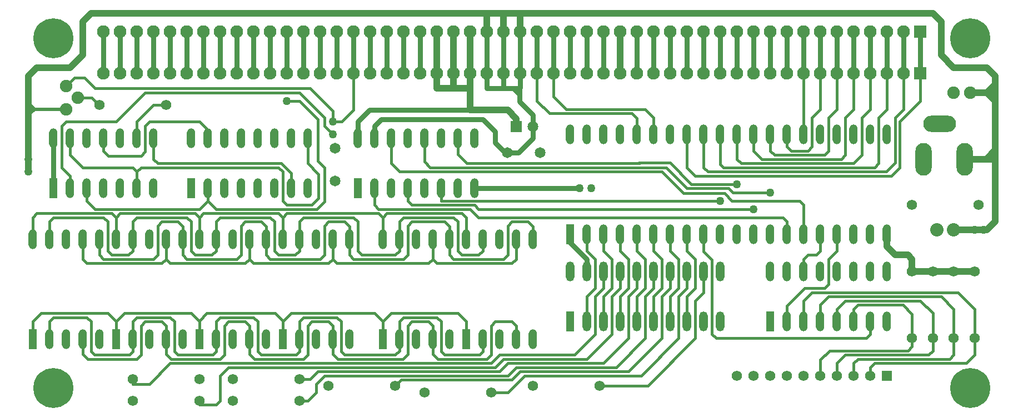
<source format=gbl>
G04 Layer_Physical_Order=2*
G04 Layer_Color=16711680*
%FSLAX25Y25*%
%MOIN*%
G70*
G01*
G75*
%ADD10C,0.04000*%
%ADD11C,0.01500*%
%ADD12C,0.03000*%
%ADD13C,0.02000*%
%ADD14O,0.05000X0.12000*%
%ADD15R,0.05000X0.12000*%
%ADD16C,0.24000*%
%ADD17C,0.07600*%
%ADD18R,0.07600X0.07600*%
%ADD19C,0.08000*%
%ADD20O,0.19700X0.09800*%
%ADD21O,0.09800X0.19700*%
%ADD22C,0.07500*%
%ADD23O,0.05000X0.12000*%
%ADD24R,0.05000X0.12000*%
%ADD25O,0.05118X0.12000*%
%ADD26C,0.06200*%
%ADD27R,0.06200X0.06200*%
%ADD28R,0.06500X0.06500*%
%ADD29C,0.06500*%
%ADD30C,0.05000*%
D10*
X690000Y372500D02*
Y377500D01*
Y367500D02*
Y372500D01*
Y362500D02*
Y367500D01*
X685000D02*
X690000Y362500D01*
X685000Y367500D02*
X690000Y372500D01*
X685000Y367500D02*
X690000D01*
X675000D02*
X685000D01*
X147500Y415000D02*
X385000D01*
X405000Y404000D02*
Y415000D01*
X395000Y404000D02*
Y415000D01*
X385000Y404000D02*
Y415000D01*
X135000Y382500D02*
X142500Y390000D01*
X115000Y382500D02*
X135000D01*
X110000Y377500D02*
X115000Y382500D01*
X685000D02*
X690000Y377500D01*
X665000Y382500D02*
X685000D01*
X657500Y390000D02*
X665000Y382500D01*
X657500Y390000D02*
Y410000D01*
X142500Y390000D02*
Y410000D01*
X147500Y415000D01*
X385000D02*
X395000D01*
X405000D01*
X652500D02*
X657500Y410000D01*
X405000Y415000D02*
X652500D01*
X355000Y379000D02*
Y404000D01*
X365000Y379000D02*
Y404000D01*
X375000Y379000D02*
Y404000D01*
Y370000D02*
Y379000D01*
X365000Y370000D02*
Y379000D01*
X355000Y370000D02*
X365000D01*
X355000D02*
Y379000D01*
X640000Y260000D02*
Y267500D01*
X637500Y270000D02*
X640000Y267500D01*
X630000Y270000D02*
X637500D01*
X625000Y275000D02*
X630000Y270000D01*
X625000Y275000D02*
Y282500D01*
X640000Y260000D02*
X652500D01*
X665000D01*
X677500D01*
X110000Y354000D02*
Y357500D01*
Y361000D01*
Y361500D02*
Y377500D01*
X365000Y370000D02*
X375000D01*
X402658Y347000D02*
Y351842D01*
X397500Y357000D02*
X402658Y351842D01*
X375000Y357000D02*
X397500D01*
X375000D02*
Y370000D01*
X684500Y327500D02*
X690000Y333000D01*
Y327500D02*
Y333000D01*
Y362500D01*
X671500Y327500D02*
X684500D01*
X690000D01*
Y290000D02*
Y327500D01*
X685000Y285000D02*
X690000Y290000D01*
X665000Y285000D02*
X677500D01*
X683000D01*
X685000D01*
X465000Y379000D02*
Y404000D01*
X110000Y327500D02*
Y354000D01*
Y320000D02*
Y327500D01*
D11*
X279000Y195500D02*
X283500Y200000D01*
X272500Y195500D02*
X279000D01*
X283500Y200000D02*
X392500D01*
X407500Y197500D02*
X477500D01*
X397500Y187500D02*
X407500Y197500D01*
X397500D02*
X402500Y202500D01*
X287500Y197500D02*
X397500D01*
X390000Y202500D02*
X395000Y207500D01*
X230000Y202500D02*
X390000D01*
X385000Y207500D02*
X387500Y210000D01*
X355500Y207500D02*
X385000D01*
X380500Y210000D02*
X382500Y212000D01*
X359500Y210000D02*
X380500D01*
X357500Y212000D02*
X359500Y210000D01*
X405000Y200000D02*
X470000D01*
X400000Y195000D02*
X405000Y200000D01*
X333500Y195000D02*
X400000D01*
X402500Y202500D02*
X462500D01*
X387500Y210000D02*
Y227500D01*
X352500Y210500D02*
X355500Y207500D01*
X382500Y212000D02*
Y219500D01*
X357500Y212000D02*
Y230000D01*
X282500Y192500D02*
X287500Y197500D01*
X282500Y187500D02*
Y192500D01*
X277500Y182500D02*
X282500Y187500D01*
X272500Y182500D02*
X277500D01*
X330000Y191500D02*
X333500Y195000D01*
X600000Y210000D02*
X650000D01*
X595000Y205000D02*
X600000Y210000D01*
X595000Y197500D02*
Y205000D01*
X590500Y212500D02*
X637500D01*
X585000Y207000D02*
X590500Y212500D01*
X585000Y197500D02*
Y207000D01*
X637500Y212500D02*
X640000Y215000D01*
X650000Y210000D02*
X652500Y212500D01*
X617500Y205000D02*
X672500D01*
X615000Y202500D02*
X617500Y205000D01*
X387500Y187500D02*
X397500D01*
X395000Y207500D02*
X445000D01*
X392500Y210000D02*
X437500D01*
X481500Y191500D02*
X510000Y220000D01*
X453500Y191500D02*
X481500D01*
X437500Y210000D02*
X450000Y222500D01*
X477500Y197500D02*
X500000Y220000D01*
X470000Y200000D02*
X490000Y220000D01*
X462500Y202500D02*
X480000Y220000D01*
X445000Y207500D02*
X460000Y222500D01*
X225000Y197500D02*
X230000Y202500D01*
X175000Y207500D02*
X177500Y210000D01*
X145500Y207500D02*
X175000D01*
X142500Y210500D02*
X145500Y207500D01*
X170500Y210000D02*
X172500Y212000D01*
X149500Y210000D02*
X170500D01*
X147500Y212000D02*
X149500Y210000D01*
X225000Y207500D02*
X227500Y210000D01*
X195500Y207500D02*
X225000D01*
X192500Y210500D02*
X195500Y207500D01*
X220500Y210000D02*
X222500Y212000D01*
X199500Y210000D02*
X220500D01*
X197500Y212000D02*
X199500Y210000D01*
X270500D02*
X272500Y212000D01*
X249500Y210000D02*
X270500D01*
X247500Y212000D02*
X249500Y210000D01*
X337500Y210500D02*
Y227500D01*
X334500Y207500D02*
X337500Y210500D01*
X295500Y207500D02*
X334500D01*
X292500Y210500D02*
X295500Y207500D01*
X332500Y212500D02*
Y219500D01*
X330000Y210000D02*
X332500Y212500D01*
X299500Y210000D02*
X330000D01*
X297500Y212000D02*
X299500Y210000D01*
X162500Y350000D02*
X180000Y367500D01*
X476050Y324950D02*
X476300Y325200D01*
X515000Y272000D02*
Y282500D01*
Y272000D02*
X520000Y267000D01*
X510000Y250000D02*
Y267500D01*
X505000Y272500D02*
X510000Y267500D01*
X505000Y245000D02*
X510000Y250000D01*
X520000Y222500D02*
Y267000D01*
Y222500D02*
X522500Y220000D01*
X612500D01*
X615000Y222500D01*
Y230000D01*
X575000Y282500D02*
Y300000D01*
X572500Y302500D02*
X575000Y300000D01*
X340000D02*
X377500D01*
X380000Y297500D01*
X317500Y300000D02*
Y310000D01*
Y300000D02*
X320000Y297500D01*
X375000D01*
X565000Y282500D02*
Y290000D01*
X562500Y292500D02*
X565000Y290000D01*
X375000Y297500D02*
X380000Y292500D01*
X494800Y325200D02*
X507500Y312500D01*
X476300Y325200D02*
X494800D01*
X217500Y302500D02*
Y310000D01*
X145000Y302500D02*
Y310000D01*
X305000Y357000D02*
Y379000D01*
X143500Y376500D02*
X150000Y370000D01*
X132500Y350000D02*
X162500D01*
X130000Y347500D02*
X132500Y350000D01*
X130000Y322500D02*
Y347500D01*
Y322500D02*
X135000Y317500D01*
Y330000D02*
X142500Y322500D01*
X135000Y330000D02*
Y340000D01*
Y310000D02*
Y317500D01*
X148000Y364500D02*
X152500Y360000D01*
X139500Y364500D02*
X148000D01*
X175000Y350000D02*
X185000Y360000D01*
X192500D01*
X137500Y376500D02*
X143500D01*
X132500Y371500D02*
X137500Y376500D01*
X212500Y350000D02*
X217500Y345000D01*
X182500Y350000D02*
X212500D01*
X175000Y340000D02*
Y350000D01*
X217500Y340000D02*
Y345000D01*
X180000Y347500D02*
X182500Y350000D01*
X180000Y332000D02*
Y347500D01*
X177500Y329500D02*
X180000Y332000D01*
X158000Y329500D02*
X177500D01*
X155000Y332500D02*
X158000Y329500D01*
X155000Y332500D02*
Y340000D01*
X185000Y327500D02*
X187500Y325000D01*
X185000Y327500D02*
Y340000D01*
X277500Y325000D02*
Y340000D01*
X175000Y320000D02*
X177500Y322500D01*
X175000Y310000D02*
Y320000D01*
X172500Y322500D02*
X175000Y320000D01*
X142500Y322500D02*
X172500D01*
X476300Y325200D02*
X476500Y325000D01*
X351000Y322500D02*
X492500D01*
X347500Y326000D02*
X351000Y322500D01*
X347500Y326000D02*
Y340000D01*
X332500Y320000D02*
X490000D01*
X327500Y325000D02*
X332500Y320000D01*
X327500Y325000D02*
Y340000D01*
X357550Y302450D02*
X524950D01*
X357500Y302500D02*
X357550Y302450D01*
X357500Y302500D02*
Y310000D01*
X337500Y302500D02*
X340000Y300000D01*
X337500Y302500D02*
Y310000D01*
X587500Y250000D02*
X590000Y252500D01*
Y267500D01*
X595000Y272500D01*
Y282500D01*
X585000Y272500D02*
Y282500D01*
X582500Y270000D02*
X585000Y272500D01*
X577500Y270000D02*
X582500D01*
X575000Y267500D02*
X577500Y270000D01*
X575000Y260000D02*
Y267500D01*
X460000Y222500D02*
Y245000D01*
X450000Y222500D02*
Y245000D01*
X225000Y182500D02*
Y197500D01*
X222500Y180000D02*
X225000Y182500D01*
X470000Y220000D02*
Y245000D01*
X510000Y220000D02*
Y242500D01*
X515000Y247500D01*
Y260000D01*
X500000Y220000D02*
Y245000D01*
X505000Y250000D01*
Y260000D01*
X490000Y220000D02*
Y245000D01*
X495000Y250000D01*
Y260000D01*
X480000Y220000D02*
Y245000D01*
X485000Y250000D01*
Y260000D01*
X470000Y245000D02*
X475000Y250000D01*
Y260000D01*
X460000Y245000D02*
X465000Y250000D01*
Y260000D01*
X450000Y245000D02*
X455000Y250000D01*
Y260000D01*
X445000Y245000D02*
X450000Y250000D01*
X445000Y230000D02*
Y245000D01*
X455000Y230000D02*
Y245000D01*
X460000Y250000D01*
X465000Y230000D02*
Y245000D01*
X470000Y250000D01*
X475000Y230000D02*
Y245000D01*
X480000Y250000D01*
X485000Y230000D02*
Y245000D01*
X490000Y250000D01*
X495000Y230000D02*
Y245000D01*
X500000Y250000D01*
X505000Y230000D02*
Y245000D01*
X575000Y342500D02*
Y379000D01*
X565000Y335000D02*
Y342500D01*
Y335000D02*
X567500Y332500D01*
X577500D01*
X580000Y335000D01*
Y352500D01*
X585000Y357500D01*
Y379000D01*
X555000Y332500D02*
Y342500D01*
Y332500D02*
X557500Y330000D01*
X587500D01*
X590000Y332500D01*
Y352500D01*
X595000Y357500D01*
Y379000D01*
X545000Y332500D02*
Y342500D01*
Y332500D02*
X550000Y327500D01*
X597500D01*
X600000Y330000D01*
Y352500D01*
X605000Y357500D01*
Y379000D01*
X615000Y357500D02*
Y379000D01*
X610000Y352500D02*
X615000Y357500D01*
X610000Y330000D02*
Y352500D01*
X605000Y325000D02*
X610000Y330000D01*
X537500Y325000D02*
X605000D01*
X535000Y327500D02*
X537500Y325000D01*
X535000Y327500D02*
Y342500D01*
X625000Y357500D02*
Y379000D01*
X620000Y352500D02*
X625000Y357500D01*
X620000Y325000D02*
Y352500D01*
X617500Y322500D02*
X620000Y325000D01*
X527000Y322500D02*
X617500D01*
X525000Y324500D02*
X527000Y322500D01*
X525000Y324500D02*
Y342500D01*
X635000Y357500D02*
Y379000D01*
X630000Y352500D02*
X635000Y357500D01*
X630000Y325500D02*
Y352500D01*
X624500Y320000D02*
X630000Y325500D01*
X517500Y320000D02*
X624500D01*
X515000Y322500D02*
X517500Y320000D01*
X515000Y322500D02*
Y342500D01*
X505000Y322500D02*
Y342500D01*
Y322500D02*
X510000Y317500D01*
X627500D01*
X632500Y322500D01*
Y350000D01*
X645000Y362500D01*
Y379000D01*
X475000Y342500D02*
Y352000D01*
X472000Y355000D02*
X475000Y352000D01*
X422500Y355000D02*
X472000D01*
X485000Y342500D02*
Y352500D01*
X480000Y357500D02*
X485000Y352500D01*
X415000Y362500D02*
X422500Y355000D01*
X415000Y362500D02*
Y379000D01*
X432500Y357500D02*
X480000D01*
X425000Y365000D02*
X432500Y357500D01*
X425000Y365000D02*
Y379000D01*
X180000Y230000D02*
X190000D01*
X192500Y227500D01*
Y219500D02*
Y227500D01*
X177500D02*
X180000Y230000D01*
X177500Y210000D02*
Y227500D01*
X142500Y210500D02*
Y219500D01*
X172500Y212000D02*
Y219500D01*
X112500D02*
Y230000D01*
X162500Y219500D02*
Y230000D01*
X212500Y219500D02*
Y230000D01*
X262500Y220000D02*
Y230500D01*
X372500Y219500D02*
Y230000D01*
X322500Y219500D02*
Y230000D01*
X262500Y230500D02*
X263000D01*
X192500Y210500D02*
Y219500D01*
X227500Y210000D02*
Y227500D01*
X230000Y230000D01*
X240000D02*
X242500Y227500D01*
X230000Y230000D02*
X240000D01*
X242500Y210500D02*
Y219500D01*
X277500Y210000D02*
Y227500D01*
X280000Y230000D01*
X290000D02*
X292500Y227500D01*
X280000Y230000D02*
X290000D01*
X292500Y210500D02*
Y219500D01*
X352500Y210500D02*
Y219500D01*
X387500Y227500D02*
X390000Y230000D01*
X400000D02*
X402500Y227500D01*
X390000Y230000D02*
X400000D01*
X402500Y219500D02*
Y227500D01*
X352500Y219500D02*
Y227500D01*
X350000Y230000D02*
X352500Y227500D01*
X292500Y219500D02*
Y227500D01*
X242500Y219500D02*
Y227500D01*
X112500Y230000D02*
X117500Y235000D01*
X157500D01*
X162500Y230000D01*
X167500Y235000D01*
X207500D01*
X212500Y230000D01*
Y230500D02*
X217000Y235000D01*
X258000D01*
X262500Y230500D01*
X263000D02*
X267500Y235000D01*
X317500D01*
X322500Y230000D01*
X327500Y235000D01*
X367500D01*
X372500Y230000D01*
X145000Y232500D02*
X147500Y230000D01*
Y212000D02*
Y230000D01*
X122500Y219500D02*
Y230000D01*
X125000Y232500D01*
X145000D01*
X175000D02*
X195000D01*
X172500Y230000D02*
X175000Y232500D01*
X172500Y219500D02*
Y230000D01*
X197500Y212000D02*
Y230000D01*
X195000Y232500D02*
X197500Y230000D01*
X222500Y212000D02*
Y219500D01*
X225000Y232500D02*
X245000D01*
X222500Y230000D02*
X225000Y232500D01*
X222500Y219500D02*
Y230000D01*
X247500Y212000D02*
Y230000D01*
X245000Y232500D02*
X247500Y230000D01*
X272500Y212000D02*
Y219500D01*
X275000Y232500D02*
X295000D01*
X272500Y230000D02*
X275000Y232500D01*
X272500Y219500D02*
Y230000D01*
X297500Y212000D02*
Y230000D01*
X295000Y232500D02*
X297500Y230000D01*
X337500Y227500D02*
X340000Y230000D01*
X350000D01*
X335000Y232500D02*
X355000D01*
X332500Y230000D02*
X335000Y232500D01*
X332500Y219500D02*
Y230000D01*
X355000Y232500D02*
X357500Y230000D01*
X122500Y279500D02*
Y290000D01*
X125000Y292500D01*
X155000D01*
X157500Y290000D01*
Y272500D02*
Y290000D01*
Y272500D02*
X160000Y270000D01*
X170000D01*
X172500Y272500D01*
Y279500D01*
X152500Y270000D02*
Y279500D01*
Y270000D02*
X155000Y267500D01*
X185000D01*
X187500Y270000D01*
Y287500D01*
X190000Y290000D01*
X199500D01*
X202500Y287000D01*
Y279500D02*
Y287000D01*
X252500Y279500D02*
Y287000D01*
X249500Y290000D02*
X252500Y287000D01*
X240000Y290000D02*
X249500D01*
X237500Y287500D02*
X240000Y290000D01*
X237500Y270000D02*
Y287500D01*
X235000Y267500D02*
X237500Y270000D01*
X205000Y267500D02*
X235000D01*
X202500Y270000D02*
X205000Y267500D01*
X202500Y270000D02*
Y279500D01*
X302500D02*
Y287000D01*
X299500Y290000D02*
X302500Y287000D01*
X290000Y290000D02*
X299500D01*
X287500Y287500D02*
X290000Y290000D01*
X287500Y270000D02*
Y287500D01*
X285000Y267500D02*
X287500Y270000D01*
X255000Y267500D02*
X285000D01*
X252500Y270000D02*
X255000Y267500D01*
X252500Y270000D02*
Y279500D01*
X412500D02*
Y287000D01*
X409500Y290000D02*
X412500Y287000D01*
X400000Y290000D02*
X409500D01*
X397500Y287500D02*
X400000Y290000D01*
X397500Y270000D02*
Y287500D01*
X395000Y267500D02*
X397500Y270000D01*
X365000Y267500D02*
X395000D01*
X362500Y270000D02*
X365000Y267500D01*
X362500Y270000D02*
Y279500D01*
X340000Y290000D02*
X359500D01*
X337500Y287500D02*
X340000Y290000D01*
X337500Y270000D02*
Y287500D01*
X335000Y267500D02*
X337500Y270000D01*
X305000Y267500D02*
X335000D01*
X302500Y270000D02*
X305000Y267500D01*
X302500Y270000D02*
Y279500D01*
X362500D02*
Y287000D01*
X359500Y290000D02*
X362500Y287000D01*
X222500Y272500D02*
Y279500D01*
X220000Y270000D02*
X222500Y272500D01*
X210000Y270000D02*
X220000D01*
X207500Y272500D02*
X210000Y270000D01*
X207500Y272500D02*
Y290000D01*
X205000Y292500D02*
X207500Y290000D01*
X175000Y292500D02*
X205000D01*
X172500Y290000D02*
X175000Y292500D01*
X172500Y279500D02*
Y290000D01*
X272500Y272500D02*
Y279500D01*
X270000Y270000D02*
X272500Y272500D01*
X260000Y270000D02*
X270000D01*
X257500Y272500D02*
X260000Y270000D01*
X257500Y272500D02*
Y290000D01*
X255000Y292500D02*
X257500Y290000D01*
X225000Y292500D02*
X255000D01*
X222500Y290000D02*
X225000Y292500D01*
X222500Y279500D02*
Y290000D01*
X310000Y270000D02*
X330000D01*
X307500Y272500D02*
X310000Y270000D01*
X307500Y272500D02*
Y290000D01*
X305000Y292500D02*
X307500Y290000D01*
X275000Y292500D02*
X305000D01*
X272500Y290000D02*
X275000Y292500D01*
X272500Y279500D02*
Y290000D01*
X332500Y272500D02*
Y279500D01*
X330000Y270000D02*
X332500Y272500D01*
X382500D02*
Y279500D01*
X380000Y270000D02*
X382500Y272500D01*
X370000Y270000D02*
X380000D01*
X367500Y272500D02*
X370000Y270000D01*
X367500Y272500D02*
Y290000D01*
X365000Y292500D02*
X367500Y290000D01*
X335000Y292500D02*
X365000D01*
X332500Y290000D02*
X335000Y292500D01*
X332500Y279500D02*
Y290000D01*
X142500Y267500D02*
Y279500D01*
Y267500D02*
X145000Y265000D01*
X190000D01*
X192500Y267500D01*
Y279500D01*
X242500Y267500D02*
Y279500D01*
X240000Y265000D02*
X242500Y267500D01*
X195000Y265000D02*
X240000D01*
X192500Y267500D02*
X195000Y265000D01*
X292500Y267500D02*
Y279500D01*
X290000Y265000D02*
X292500Y267500D01*
X245000Y265000D02*
X290000D01*
X242500Y267500D02*
X245000Y265000D01*
X402500Y267500D02*
Y279500D01*
X400000Y265000D02*
X402500Y267500D01*
X355000Y265000D02*
X400000D01*
X352500Y267500D02*
X355000Y265000D01*
X292500Y267500D02*
X295000Y265000D01*
X352500Y267500D02*
Y279500D01*
X350000Y265000D02*
X352500Y267500D01*
X295000Y265000D02*
X350000D01*
X160000Y295000D02*
X162500Y292500D01*
Y279500D02*
Y292500D01*
X112500Y279500D02*
Y292500D01*
X115000Y295000D01*
X160000D01*
X165000D02*
X210000D01*
X162500Y292500D02*
X165000Y295000D01*
X212500Y279500D02*
Y292500D01*
X210000Y295000D02*
X212500Y292500D01*
X215000Y295000D02*
X260000D01*
X212500Y292500D02*
X215000Y295000D01*
X262500Y279500D02*
Y292500D01*
X260000Y295000D02*
X262500Y292500D01*
X265000Y295000D01*
X325000D02*
X370000D01*
X322500Y292500D02*
X325000Y295000D01*
X372500Y279500D02*
Y292500D01*
X370000Y295000D02*
X372500Y292500D01*
X322500Y279500D02*
Y292500D01*
X320000Y295000D02*
X322500Y292500D01*
X265000Y295000D02*
X320000D01*
X640000Y215000D02*
Y220000D01*
X652500Y212500D02*
Y220000D01*
X605000Y197500D02*
Y205000D01*
X607500Y207500D01*
X662500D01*
X665000Y210000D01*
Y220000D01*
X677500Y210000D02*
Y220000D01*
X672500Y205000D02*
X677500Y210000D01*
X615000Y197500D02*
Y202500D01*
X600000Y242500D02*
X645000D01*
X607500Y240000D02*
X634500D01*
X580000Y247500D02*
X667500D01*
X590000Y245000D02*
X657500D01*
X605000Y230000D02*
Y237500D01*
X607500Y240000D01*
X595000Y230000D02*
Y237500D01*
X600000Y242500D01*
X634500Y240000D02*
X640000Y234500D01*
Y220000D02*
Y234500D01*
X645000Y242500D02*
X652500Y235000D01*
X657500Y245000D02*
X665000Y237500D01*
X585000Y240000D02*
X590000Y245000D01*
X667500Y247500D02*
X677500Y237500D01*
X575000Y242500D02*
X580000Y247500D01*
X652500Y220000D02*
Y235000D01*
X585000Y230000D02*
Y240000D01*
X665000Y220000D02*
Y237500D01*
X575000Y230000D02*
Y242500D01*
X677500Y220000D02*
Y237500D01*
X445000Y272500D02*
Y282500D01*
X455000Y272500D02*
Y282500D01*
X465000Y272500D02*
Y282500D01*
X475000Y272500D02*
Y282500D01*
X485000Y272500D02*
Y282500D01*
X495000Y272500D02*
Y282500D01*
X505000Y272500D02*
Y282500D01*
X450000Y250000D02*
Y267500D01*
X445000Y272500D02*
X450000Y267500D01*
X460000Y250000D02*
Y267500D01*
X455000Y272500D02*
X460000Y267500D01*
X470000Y250000D02*
Y267500D01*
X465000Y272500D02*
X470000Y267500D01*
X480000Y250000D02*
Y267500D01*
X475000Y272500D02*
X480000Y267500D01*
X490000Y250000D02*
Y267500D01*
X485000Y272500D02*
X490000Y267500D01*
X500000Y250000D02*
Y267500D01*
X495000Y272500D02*
X500000Y267500D01*
X260000Y322500D02*
X262500Y320000D01*
Y302500D02*
Y320000D01*
X177500Y322500D02*
X260000D01*
X217500Y302500D02*
X222500Y297500D01*
X145000Y302500D02*
X150000Y297500D01*
X212500D01*
X217500Y302500D01*
X262500D02*
X265000Y300000D01*
X222500Y297500D02*
X283000D01*
X265000Y300000D02*
X280000D01*
X284000Y304000D01*
Y318500D01*
X277500Y325000D02*
X284000Y318500D01*
X267500Y310000D02*
Y319000D01*
X261500Y325000D02*
X267500Y319000D01*
X187500Y325000D02*
X261500D01*
X367500Y330500D02*
Y340000D01*
Y330500D02*
X373050Y324950D01*
X476050D01*
X565000Y230000D02*
Y239500D01*
X575500Y250000D01*
X587500D01*
X283000Y297500D02*
X287500Y302000D01*
X292500Y350000D02*
X298000D01*
X287500Y302000D02*
Y322500D01*
X283500Y326500D02*
X287500Y322500D01*
X265000Y362500D02*
X272500D01*
X283500Y351500D01*
Y326500D02*
Y351500D01*
X287500Y347500D02*
X292500Y342500D01*
X287500Y347500D02*
Y352500D01*
X272500Y367500D02*
X287500Y352500D01*
X180000Y367500D02*
X272500D01*
X298000Y350000D02*
X305000Y357000D01*
X150000Y370000D02*
X279000D01*
X292500Y356500D01*
Y350000D02*
Y356500D01*
X380000Y292500D02*
X562500D01*
X524950Y302450D02*
X525000Y302500D01*
X507500Y312500D02*
X535000D01*
X492500Y322500D02*
X505000Y310000D01*
X530000D01*
X532500Y307500D01*
X555000D01*
X490000Y320000D02*
X503000Y307000D01*
X527500D01*
X532000Y302500D01*
X572500D01*
X380000Y297500D02*
X545000D01*
X387500Y205000D02*
X392500Y210000D01*
X182500Y192500D02*
X195000Y205000D01*
X387500D01*
X275000Y207500D02*
X277500Y210000D01*
X242500Y210500D02*
X245500Y207500D01*
X275000D01*
X455000Y205000D02*
X470000Y220000D01*
X392500Y200000D02*
X397500Y205000D01*
X455000D01*
X452500Y192500D02*
X453500Y191500D01*
X212500Y180000D02*
X222500D01*
X172500Y192500D02*
X182500D01*
D12*
X235000Y379000D02*
Y404000D01*
X245000Y379000D02*
Y404000D01*
X265000Y379000D02*
Y404000D01*
X305000Y379000D02*
Y404000D01*
X335000Y379000D02*
Y404000D01*
X385000Y379000D02*
Y404000D01*
X395000Y379000D02*
Y404000D01*
X405000Y379000D02*
Y404000D01*
X415000Y379000D02*
Y404000D01*
X425000Y379000D02*
Y404000D01*
X575000Y379000D02*
Y404000D01*
X585000Y379000D02*
Y404000D01*
X595000Y379000D02*
Y404000D01*
X605000Y379000D02*
Y404000D01*
X615000Y379000D02*
Y404000D01*
X625000Y379000D02*
Y404000D01*
X635000Y379000D02*
Y404000D01*
X645000Y379000D02*
Y404000D01*
X404500Y370000D02*
X405000Y370500D01*
Y379000D01*
X395000Y370000D02*
Y379000D01*
X385000Y370000D02*
X395000D01*
X385000D02*
Y379000D01*
X125000Y310000D02*
Y340000D01*
X155000Y379000D02*
Y404000D01*
X165000Y379000D02*
Y404000D01*
X175000Y379000D02*
Y404000D01*
X185000Y379000D02*
Y404000D01*
X195000Y379000D02*
Y404000D01*
X205000Y379000D02*
Y404000D01*
X215000Y379000D02*
Y404000D01*
X225000Y379000D02*
Y404000D01*
X255000Y379000D02*
Y404000D01*
X275000Y379000D02*
Y404000D01*
X285000Y379000D02*
Y404000D01*
X315000Y379000D02*
Y404000D01*
X325000Y379000D02*
Y404000D01*
X345000Y379000D02*
Y404000D01*
X435000Y379000D02*
Y404000D01*
X445000Y379000D02*
Y404000D01*
X455000Y379000D02*
Y404000D01*
X475000Y379000D02*
Y404000D01*
X485000Y379000D02*
Y404000D01*
X495000Y379000D02*
Y404000D01*
X505000Y379000D02*
Y404000D01*
X515000Y379000D02*
Y404000D01*
X565000Y379000D02*
Y404000D01*
X555000Y379000D02*
Y404000D01*
X545000Y379000D02*
Y404000D01*
X535000Y379000D02*
Y404000D01*
X525000Y379000D02*
Y404000D01*
X295000Y379000D02*
Y404000D01*
X317500Y340000D02*
Y347500D01*
X321500Y351500D01*
X382500D01*
X390000Y344000D01*
X307500Y340000D02*
Y350000D01*
X314500Y357000D01*
X412500Y347000D02*
Y354000D01*
X404500Y362000D02*
X412500Y354000D01*
X401500Y369500D02*
X404500Y366500D01*
X401500Y369500D02*
Y370000D01*
X404500Y362000D02*
Y366500D01*
Y370000D01*
X395000D02*
X401500D01*
X404500D01*
X314500Y357000D02*
X375000D01*
X412500Y340000D02*
Y347000D01*
X404000Y331500D02*
X412500Y340000D01*
X397157Y331500D02*
X404000D01*
X396000D02*
X397157D01*
X390000Y337500D02*
X396000Y331500D01*
X390000Y337500D02*
Y344000D01*
X435000Y277500D02*
Y282500D01*
Y277500D02*
X445000Y267500D01*
Y260000D02*
Y267500D01*
X377500Y310000D02*
X440500D01*
D13*
X110000Y354000D02*
X113500Y357500D01*
X110000D02*
X113500D01*
X132500D01*
X110000Y361000D02*
X113500Y357500D01*
X110000Y361000D02*
Y361500D01*
D14*
X372500Y279500D02*
D03*
X382500D02*
D03*
X392500D02*
D03*
X402500D02*
D03*
X412500D02*
D03*
Y219500D02*
D03*
X402500D02*
D03*
X392500D02*
D03*
X382500D02*
D03*
X332500D02*
D03*
X342500D02*
D03*
X352500D02*
D03*
X362500D02*
D03*
Y279500D02*
D03*
X352500D02*
D03*
X342500D02*
D03*
X332500D02*
D03*
X322500D02*
D03*
X262500D02*
D03*
X272500D02*
D03*
X282500D02*
D03*
X292500D02*
D03*
X302500D02*
D03*
Y219500D02*
D03*
X292500D02*
D03*
X282500D02*
D03*
X272500D02*
D03*
X222500D02*
D03*
X232500D02*
D03*
X242500D02*
D03*
X252500D02*
D03*
Y279500D02*
D03*
X242500D02*
D03*
X232500D02*
D03*
X222500D02*
D03*
X212500D02*
D03*
X162500D02*
D03*
X172500D02*
D03*
X182500D02*
D03*
X192500D02*
D03*
X202500D02*
D03*
Y219500D02*
D03*
X192500D02*
D03*
X182500D02*
D03*
X172500D02*
D03*
X122500D02*
D03*
X132500D02*
D03*
X142500D02*
D03*
X152500D02*
D03*
Y279500D02*
D03*
X142500D02*
D03*
X132500D02*
D03*
X122500D02*
D03*
X112500D02*
D03*
D15*
X372500Y219500D02*
D03*
X322500D02*
D03*
X262500D02*
D03*
X212500D02*
D03*
X162500D02*
D03*
X112500D02*
D03*
X435000Y230000D02*
D03*
D16*
X125000Y190000D02*
D03*
X675000D02*
D03*
Y400000D02*
D03*
X125000D02*
D03*
D17*
X395000Y379000D02*
D03*
X385000D02*
D03*
X375000D02*
D03*
X365000D02*
D03*
X355000D02*
D03*
X345000D02*
D03*
X335000D02*
D03*
X325000D02*
D03*
X315000D02*
D03*
X305000D02*
D03*
X295000D02*
D03*
X285000D02*
D03*
X275000D02*
D03*
X235000D02*
D03*
X245000D02*
D03*
X255000D02*
D03*
X265000D02*
D03*
X195000D02*
D03*
X205000D02*
D03*
X215000D02*
D03*
X225000D02*
D03*
X155000D02*
D03*
X165000D02*
D03*
X175000D02*
D03*
X185000D02*
D03*
X435000D02*
D03*
X425000D02*
D03*
X415000D02*
D03*
X405000D02*
D03*
X475000D02*
D03*
X465000D02*
D03*
X455000D02*
D03*
X445000D02*
D03*
X515000D02*
D03*
X505000D02*
D03*
X495000D02*
D03*
X485000D02*
D03*
X525000D02*
D03*
X535000D02*
D03*
X545000D02*
D03*
X555000D02*
D03*
X565000D02*
D03*
X575000D02*
D03*
X585000D02*
D03*
X595000D02*
D03*
X605000D02*
D03*
X615000D02*
D03*
X625000D02*
D03*
X635000D02*
D03*
Y404000D02*
D03*
X625000D02*
D03*
X615000D02*
D03*
X605000D02*
D03*
X595000D02*
D03*
X585000D02*
D03*
X575000D02*
D03*
X565000D02*
D03*
X555000D02*
D03*
X545000D02*
D03*
X535000D02*
D03*
X525000D02*
D03*
X485000D02*
D03*
X495000D02*
D03*
X505000D02*
D03*
X515000D02*
D03*
X445000D02*
D03*
X455000D02*
D03*
X465000D02*
D03*
X475000D02*
D03*
X405000D02*
D03*
X415000D02*
D03*
X425000D02*
D03*
X435000D02*
D03*
X185000D02*
D03*
X175000D02*
D03*
X165000D02*
D03*
X155000D02*
D03*
X225000D02*
D03*
X215000D02*
D03*
X205000D02*
D03*
X195000D02*
D03*
X265000D02*
D03*
X255000D02*
D03*
X245000D02*
D03*
X235000D02*
D03*
X275000D02*
D03*
X285000D02*
D03*
X295000D02*
D03*
X305000D02*
D03*
X315000D02*
D03*
X325000D02*
D03*
X335000D02*
D03*
X345000D02*
D03*
X355000D02*
D03*
X365000D02*
D03*
X375000D02*
D03*
X385000D02*
D03*
X395000D02*
D03*
D18*
X645000Y379000D02*
D03*
Y404000D02*
D03*
D19*
X665000Y285000D02*
D03*
X655000D02*
D03*
D20*
X656700Y348700D02*
D03*
D21*
X646900Y327500D02*
D03*
X671500D02*
D03*
D22*
X675000Y367500D02*
D03*
X665000D02*
D03*
X132500Y371500D02*
D03*
Y357500D02*
D03*
X139500Y364500D02*
D03*
D23*
X555000Y260000D02*
D03*
X565000D02*
D03*
X575000D02*
D03*
X585000D02*
D03*
X595000D02*
D03*
X605000D02*
D03*
X615000D02*
D03*
X625000D02*
D03*
Y230000D02*
D03*
X615000D02*
D03*
X605000D02*
D03*
X595000D02*
D03*
X585000D02*
D03*
X575000D02*
D03*
X565000D02*
D03*
X435000Y342500D02*
D03*
X445000D02*
D03*
X455000D02*
D03*
X465000D02*
D03*
X475000D02*
D03*
X485000D02*
D03*
X495000D02*
D03*
X505000D02*
D03*
X515000D02*
D03*
X525000D02*
D03*
X535000D02*
D03*
X545000D02*
D03*
X555000D02*
D03*
X565000D02*
D03*
X575000D02*
D03*
X585000D02*
D03*
X595000D02*
D03*
X605000D02*
D03*
X615000D02*
D03*
X625000D02*
D03*
Y282500D02*
D03*
X615000D02*
D03*
X605000D02*
D03*
X595000D02*
D03*
X585000D02*
D03*
X575000D02*
D03*
X565000D02*
D03*
X555000D02*
D03*
X545000D02*
D03*
X535000D02*
D03*
X525000D02*
D03*
X515000D02*
D03*
X505000D02*
D03*
X495000D02*
D03*
X485000D02*
D03*
X475000D02*
D03*
X465000D02*
D03*
X455000D02*
D03*
X445000D02*
D03*
X217500Y310000D02*
D03*
X227500D02*
D03*
X237500D02*
D03*
X247500D02*
D03*
X257500D02*
D03*
X267500D02*
D03*
X277500D02*
D03*
Y340000D02*
D03*
X267500D02*
D03*
X257500D02*
D03*
X247500D02*
D03*
X237500D02*
D03*
X227500D02*
D03*
X217500D02*
D03*
X207500D02*
D03*
X307500D02*
D03*
X317500D02*
D03*
X327500D02*
D03*
X337500D02*
D03*
X347500D02*
D03*
X357500D02*
D03*
X367500D02*
D03*
X377500D02*
D03*
Y310000D02*
D03*
X367500D02*
D03*
X357500D02*
D03*
X347500D02*
D03*
X337500D02*
D03*
X327500D02*
D03*
X317500D02*
D03*
X125000Y340000D02*
D03*
X135000D02*
D03*
X145000D02*
D03*
X155000D02*
D03*
X165000D02*
D03*
X175000D02*
D03*
X185000D02*
D03*
Y310000D02*
D03*
X175000D02*
D03*
X165000D02*
D03*
X155000D02*
D03*
X145000D02*
D03*
X135000D02*
D03*
D24*
X555000Y230000D02*
D03*
X435000Y282500D02*
D03*
X207500Y310000D02*
D03*
X307500D02*
D03*
X125000D02*
D03*
D25*
X445000Y230000D02*
D03*
X455000D02*
D03*
X465000D02*
D03*
X475000D02*
D03*
X485000D02*
D03*
X495000D02*
D03*
X505000D02*
D03*
X515000D02*
D03*
X525000D02*
D03*
Y260000D02*
D03*
X515000D02*
D03*
X505000D02*
D03*
X495000D02*
D03*
X485000D02*
D03*
X475000D02*
D03*
X465000D02*
D03*
X455000D02*
D03*
X445000D02*
D03*
X435000D02*
D03*
D26*
X535000Y197500D02*
D03*
X545000D02*
D03*
X555000D02*
D03*
X565000D02*
D03*
X575000D02*
D03*
X585000D02*
D03*
X595000D02*
D03*
X605000D02*
D03*
X615000D02*
D03*
X640000Y260000D02*
D03*
Y220000D02*
D03*
X652500D02*
D03*
Y260000D02*
D03*
X665000D02*
D03*
Y220000D02*
D03*
X677500D02*
D03*
Y260000D02*
D03*
X152500Y360000D02*
D03*
X192500D02*
D03*
X452500Y191500D02*
D03*
X412500D02*
D03*
X347500Y187500D02*
D03*
X387500D02*
D03*
X330000Y191500D02*
D03*
X290000D02*
D03*
X232500Y182500D02*
D03*
X272500D02*
D03*
Y195500D02*
D03*
X232500D02*
D03*
X172500Y182500D02*
D03*
X212500D02*
D03*
X172500Y195500D02*
D03*
X212500D02*
D03*
X680000Y300000D02*
D03*
X640000D02*
D03*
D27*
X625000Y197500D02*
D03*
D28*
X402658Y347000D02*
D03*
D29*
X412500D02*
D03*
X294000Y314500D02*
D03*
Y334186D02*
D03*
X416843Y331500D02*
D03*
X397157D02*
D03*
D30*
X265000Y362500D02*
D03*
X555000Y307500D02*
D03*
X545000Y297500D02*
D03*
X292500Y350000D02*
D03*
Y342500D02*
D03*
X525000Y302500D02*
D03*
X535000Y312500D02*
D03*
X440500Y310000D02*
D03*
X447500D02*
D03*
X677500Y285000D02*
D03*
X683000D02*
D03*
X110000Y327500D02*
D03*
Y320000D02*
D03*
M02*

</source>
